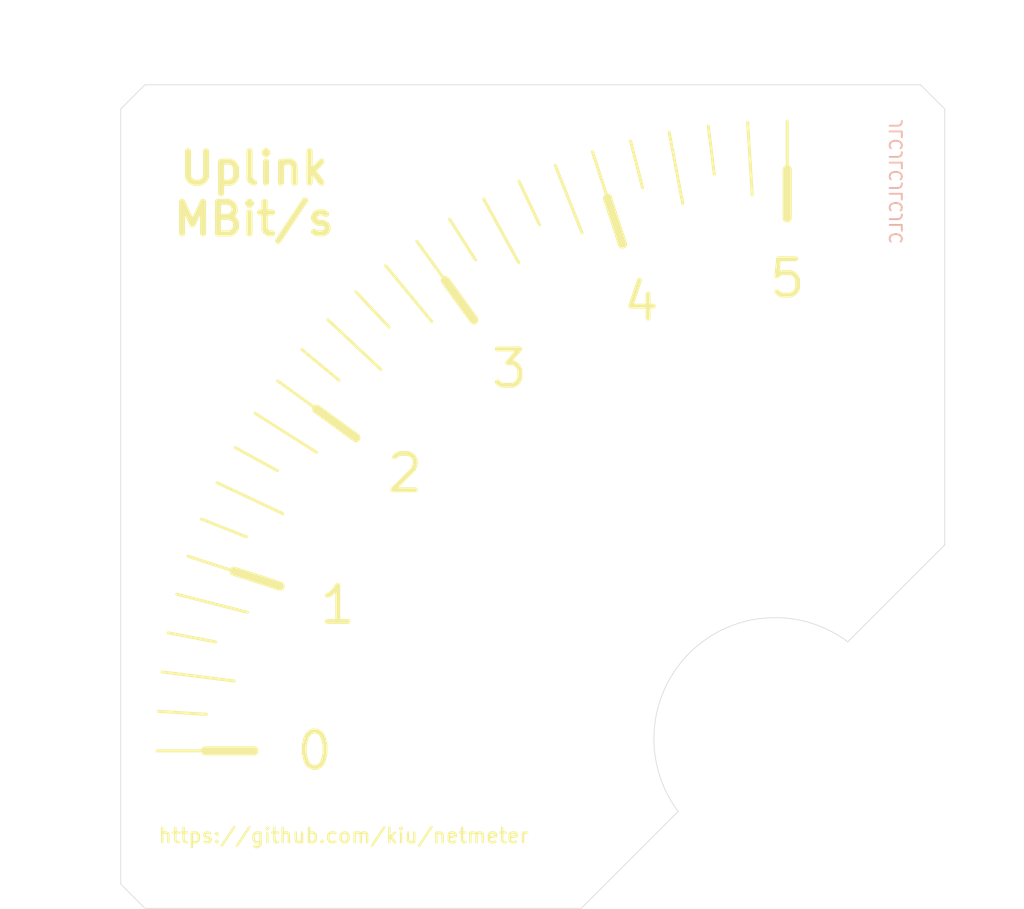
<source format=kicad_pcb>
(kicad_pcb (version 20171130) (host pcbnew "(5.1.6)-1")

  (general
    (thickness 1.6)
    (drawings 60)
    (tracks 0)
    (zones 0)
    (modules 2)
    (nets 1)
  )

  (page A4)
  (layers
    (0 F.Cu signal)
    (31 B.Cu signal)
    (32 B.Adhes user)
    (33 F.Adhes user)
    (34 B.Paste user)
    (35 F.Paste user)
    (36 B.SilkS user)
    (37 F.SilkS user)
    (38 B.Mask user)
    (39 F.Mask user)
    (40 Dwgs.User user)
    (41 Cmts.User user)
    (42 Eco1.User user)
    (43 Eco2.User user)
    (44 Edge.Cuts user)
    (45 Margin user)
    (46 B.CrtYd user)
    (47 F.CrtYd user)
    (48 B.Fab user)
    (49 F.Fab user)
  )

  (setup
    (last_trace_width 0.25)
    (trace_clearance 0.2)
    (zone_clearance 0.508)
    (zone_45_only no)
    (trace_min 0.2)
    (via_size 0.8)
    (via_drill 0.4)
    (via_min_size 0.4)
    (via_min_drill 0.3)
    (uvia_size 0.3)
    (uvia_drill 0.1)
    (uvias_allowed no)
    (uvia_min_size 0.2)
    (uvia_min_drill 0.1)
    (edge_width 0.05)
    (segment_width 0.2)
    (pcb_text_width 0.3)
    (pcb_text_size 1.5 1.5)
    (mod_edge_width 0.12)
    (mod_text_size 1 1)
    (mod_text_width 0.15)
    (pad_size 1.524 1.524)
    (pad_drill 0.762)
    (pad_to_mask_clearance 0.05)
    (aux_axis_origin 0 0)
    (visible_elements 7FFFFFFF)
    (pcbplotparams
      (layerselection 0x010f0_ffffffff)
      (usegerberextensions false)
      (usegerberattributes false)
      (usegerberadvancedattributes false)
      (creategerberjobfile false)
      (excludeedgelayer true)
      (linewidth 0.100000)
      (plotframeref false)
      (viasonmask false)
      (mode 1)
      (useauxorigin false)
      (hpglpennumber 1)
      (hpglpenspeed 20)
      (hpglpendiameter 15.000000)
      (psnegative false)
      (psa4output false)
      (plotreference true)
      (plotvalue false)
      (plotinvisibletext false)
      (padsonsilk true)
      (subtractmaskfromsilk false)
      (outputformat 1)
      (mirror false)
      (drillshape 0)
      (scaleselection 1)
      (outputdirectory "gerber/"))
  )

  (net 0 "")

  (net_class Default "This is the default net class."
    (clearance 0.2)
    (trace_width 0.25)
    (via_dia 0.8)
    (via_drill 0.4)
    (uvia_dia 0.3)
    (uvia_drill 0.1)
  )

  (module Mounting_Holes:MountingHole_2.2mm_M2_DIN965 (layer F.Cu) (tedit 56D1B4CB) (tstamp 5F539752)
    (at 138 134)
    (descr "Mounting Hole 2.2mm, no annular, M2, DIN965")
    (tags "mounting hole 2.2mm no annular m2 din965")
    (attr virtual)
    (fp_text reference REF** (at 0 -2.9) (layer F.SilkS) hide
      (effects (font (size 1 1) (thickness 0.15)))
    )
    (fp_text value MountingHole_2.2mm_M2_DIN965 (at 0 2.9) (layer F.Fab)
      (effects (font (size 1 1) (thickness 0.15)))
    )
    (fp_circle (center 0 0) (end 1.9 0) (layer Cmts.User) (width 0.15))
    (fp_circle (center 0 0) (end 2.15 0) (layer F.CrtYd) (width 0.05))
    (fp_text user %R (at 0.3 0) (layer F.Fab)
      (effects (font (size 1 1) (thickness 0.15)))
    )
    (pad 1 np_thru_hole circle (at 0 0) (size 2.2 2.2) (drill 2.2) (layers *.Cu *.Mask))
  )

  (module Mounting_Holes:MountingHole_2.2mm_M2_DIN965 (layer F.Cu) (tedit 56D1B4CB) (tstamp 5F53973F)
    (at 162 110)
    (descr "Mounting Hole 2.2mm, no annular, M2, DIN965")
    (tags "mounting hole 2.2mm no annular m2 din965")
    (attr virtual)
    (fp_text reference REF** (at 0 -2.9) (layer F.SilkS) hide
      (effects (font (size 1 1) (thickness 0.15)))
    )
    (fp_text value MountingHole_2.2mm_M2_DIN965 (at 0 2.9) (layer F.Fab)
      (effects (font (size 1 1) (thickness 0.15)))
    )
    (fp_circle (center 0 0) (end 1.9 0) (layer Cmts.User) (width 0.15))
    (fp_circle (center 0 0) (end 2.15 0) (layer F.CrtYd) (width 0.05))
    (fp_text user %R (at 0.3 0) (layer F.Fab)
      (effects (font (size 1 1) (thickness 0.15)))
    )
    (pad 1 np_thru_hole circle (at 0 0) (size 2.2 2.2) (drill 2.2) (layers *.Cu *.Mask))
  )

  (dimension 68 (width 0.15) (layer Dwgs.User)
    (gr_text "68.000 mm" (at 93.7 106 270) (layer Dwgs.User)
      (effects (font (size 1 1) (thickness 0.15)))
    )
    (feature1 (pts (xy 100 140) (xy 94.413579 140)))
    (feature2 (pts (xy 100 72) (xy 94.413579 72)))
    (crossbar (pts (xy 95 72) (xy 95 140)))
    (arrow1a (pts (xy 95 140) (xy 94.413579 138.873496)))
    (arrow1b (pts (xy 95 140) (xy 95.586421 138.873496)))
    (arrow2a (pts (xy 95 72) (xy 94.413579 73.126504)))
    (arrow2b (pts (xy 95 72) (xy 95.586421 73.126504)))
  )
  (dimension 68 (width 0.15) (layer Dwgs.User)
    (gr_text "68.000 mm" (at 134 65.7) (layer Dwgs.User)
      (effects (font (size 1 1) (thickness 0.15)))
    )
    (feature1 (pts (xy 168 72) (xy 168 66.413579)))
    (feature2 (pts (xy 100 72) (xy 100 66.413579)))
    (crossbar (pts (xy 100 67) (xy 168 67)))
    (arrow1a (pts (xy 168 67) (xy 166.873496 67.586421)))
    (arrow1b (pts (xy 168 67) (xy 166.873496 66.413579)))
    (arrow2a (pts (xy 100 67) (xy 101.126504 67.586421)))
    (arrow2b (pts (xy 100 67) (xy 101.126504 66.413579)))
  )
  (gr_text JLCJLCJLCJLC (at 164 80 90) (layer B.SilkS)
    (effects (font (size 1 1) (thickness 0.15)) (justify mirror))
  )
  (gr_arc (start 154 126) (end 159.999998 118.000002) (angle -163.739793) (layer Edge.Cuts) (width 0.05))
  (gr_line (start 111 82) (end 111 80) (layer Dwgs.User) (width 0.15))
  (gr_line (start 110 81) (end 112 81) (layer Dwgs.User) (width 0.15))
  (gr_text "Uplink\nMBit/s" (at 111 81) (layer F.SilkS)
    (effects (font (size 2.6 2.6) (thickness 0.5)))
  )
  (gr_text "https://github.com/kiu/netmeter\n" (at 103 134) (layer F.SilkS)
    (effects (font (size 1.2 1.2) (thickness 0.2)) (justify left))
  )
  (gr_line (start 100 138) (end 100 74) (layer Edge.Cuts) (width 0.05) (tstamp 5F5396F4))
  (gr_line (start 155 127) (end 103 127) (layer Dwgs.User) (width 0.15) (tstamp 5F53BFFD))
  (gr_line (start 155 127) (end 155 75) (layer Dwgs.User) (width 0.15) (tstamp 5F53BFFC))
  (gr_arc (start 155 127) (end 155 75) (angle -90) (layer Dwgs.User) (width 0.15))
  (gr_line (start 160.999999 117.000001) (end 160 118) (layer Edge.Cuts) (width 0.05))
  (gr_line (start 145.000001 132.999999) (end 146 132) (layer Edge.Cuts) (width 0.05))
  (gr_line (start 102 72) (end 166 72) (layer Edge.Cuts) (width 0.05) (tstamp 5F5396FE))
  (gr_line (start 168 110) (end 168 74) (layer Edge.Cuts) (width 0.05) (tstamp 5F5396E3))
  (gr_line (start 102 140) (end 138 140) (layer Edge.Cuts) (width 0.05) (tstamp 5F5396DC))
  (gr_line (start 168 110) (end 160.999999 117.000001) (layer Edge.Cuts) (width 0.05) (tstamp 5F539691))
  (gr_line (start 138 140) (end 145.000001 132.999999) (layer Edge.Cuts) (width 0.05) (tstamp 5F53968D))
  (gr_line (start 100 138) (end 102 140) (layer Edge.Cuts) (width 0.05))
  (gr_line (start 166 72) (end 168 74) (layer Edge.Cuts) (width 0.05))
  (gr_line (start 102 72) (end 100 74) (layer Edge.Cuts) (width 0.05))
  (gr_line (start 103 127) (end 107 127) (layer F.SilkS) (width 0.25))
  (gr_line (start 107 127) (end 111 127) (layer F.SilkS) (width 0.75))
  (gr_text 0 (at 116 127) (layer F.SilkS)
    (effects (font (size 3 3) (thickness 0.4)))
  )
  (gr_line (start 103.10261 123.734893) (end 107.094717 123.986055) (layer F.SilkS) (width 0.25))
  (gr_line (start 103.410036 120.482672) (end 109.362724 121.234671) (layer F.SilkS) (width 0.25))
  (gr_line (start 103.921063 117.256172) (end 107.850212 118.005697) (layer F.SilkS) (width 0.25))
  (gr_line (start 104.633676 114.068126) (end 110.445175 115.560265) (layer F.SilkS) (width 0.25))
  (gr_line (start 105.545061 110.931116) (end 109.349287 112.167184) (layer F.SilkS) (width 0.25))
  (gr_line (start 109.349287 112.167184) (end 113.153513 113.403252) (layer F.SilkS) (width 0.75))
  (gr_text 1 (at 117.908796 114.948337) (layer F.SilkS)
    (effects (font (size 3 3) (thickness 0.4)))
  )
  (gr_line (start 106.651623 107.857523) (end 110.370729 109.330021) (layer F.SilkS) (width 0.25))
  (gr_line (start 107.948993 104.859477) (end 113.377956 107.414153) (layer F.SilkS) (width 0.25))
  (gr_line (start 109.432053 101.948809) (end 112.937279 103.875824) (layer F.SilkS) (width 0.25))
  (gr_line (start 111.094948 99.137007) (end 116.160915 102.351967) (layer F.SilkS) (width 0.25))
  (gr_line (start 112.931116 96.435167) (end 116.167184 98.786308) (layer F.SilkS) (width 0.25))
  (gr_line (start 116.167184 98.786308) (end 119.403252 101.137449) (layer F.SilkS) (width 0.75))
  (gr_text 2 (at 123.448337 104.076375) (layer F.SilkS)
    (effects (font (size 3 3) (thickness 0.4)))
  )
  (gr_line (start 114.933311 93.853953) (end 118.015364 96.403648) (layer F.SilkS) (width 0.25))
  (gr_line (start 117.093631 91.40355) (end 121.467443 95.510833) (layer F.SilkS) (width 0.25))
  (gr_line (start 119.40355 89.093631) (end 122.141739 92.009506) (layer F.SilkS) (width 0.25))
  (gr_line (start 121.853953 86.933311) (end 125.678496 91.556391) (layer F.SilkS) (width 0.25))
  (gr_line (start 124.435167 84.931116) (end 126.786308 88.167184) (layer F.SilkS) (width 0.25))
  (gr_line (start 126.786308 88.167184) (end 129.137449 91.403252) (layer F.SilkS) (width 0.75))
  (gr_text 3 (at 132.076375 95.448337) (layer F.SilkS)
    (effects (font (size 3 3) (thickness 0.4)))
  )
  (gr_line (start 127.137007 83.094948) (end 129.280314 86.47226) (layer F.SilkS) (width 0.25))
  (gr_line (start 129.948809 81.432053) (end 132.839331 86.689893) (layer F.SilkS) (width 0.25))
  (gr_line (start 132.859477 79.948993) (end 134.562594 83.568301) (layer F.SilkS) (width 0.25))
  (gr_line (start 135.857523 78.651623) (end 138.066271 84.230282) (layer F.SilkS) (width 0.25))
  (gr_line (start 138.931116 77.545061) (end 140.167184 81.349287) (layer F.SilkS) (width 0.25))
  (gr_line (start 140.167184 81.349287) (end 141.403252 85.153513) (layer F.SilkS) (width 0.75))
  (gr_text 4 (at 142.948337 89.908796) (layer F.SilkS)
    (effects (font (size 3 3) (thickness 0.4)))
  )
  (gr_line (start 142.068126 76.633676) (end 143.062885 80.508008) (layer F.SilkS) (width 0.25))
  (gr_line (start 145.256172 75.921063) (end 146.38046 81.814786) (layer F.SilkS) (width 0.25))
  (gr_line (start 148.482672 75.410036) (end 148.984005 79.378494) (layer F.SilkS) (width 0.25))
  (gr_line (start 151.734893 75.10261) (end 152.111636 81.09077) (layer F.SilkS) (width 0.25))
  (gr_line (start 155 75) (end 155 79) (layer F.SilkS) (width 0.25))
  (gr_line (start 155 79) (end 155 83) (layer F.SilkS) (width 0.75))
  (gr_text 5 (at 155 88) (layer F.SilkS)
    (effects (font (size 3 3) (thickness 0.4)))
  )

)

</source>
